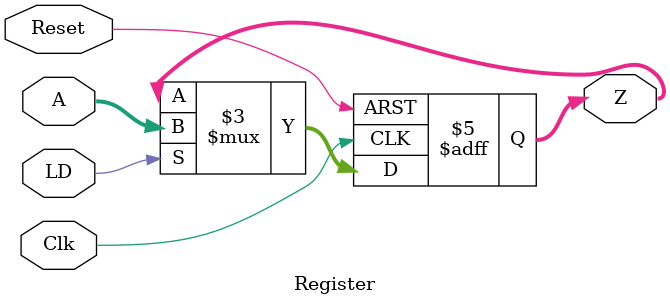
<source format=sv>
`timescale 1ns / 1ps


module Register
    #(parameter width = 16)
    (input logic [width-1:0] A,
    input logic LD,
    input logic Clk, Reset,
    output logic [width-1:0] Z);
        
    always_ff @ (posedge Clk or posedge Reset)
    begin
        if (Reset)
            Z <= '0;
        else if (LD)
            Z <= A;
        else
            Z <= Z;
    end
    
endmodule

</source>
